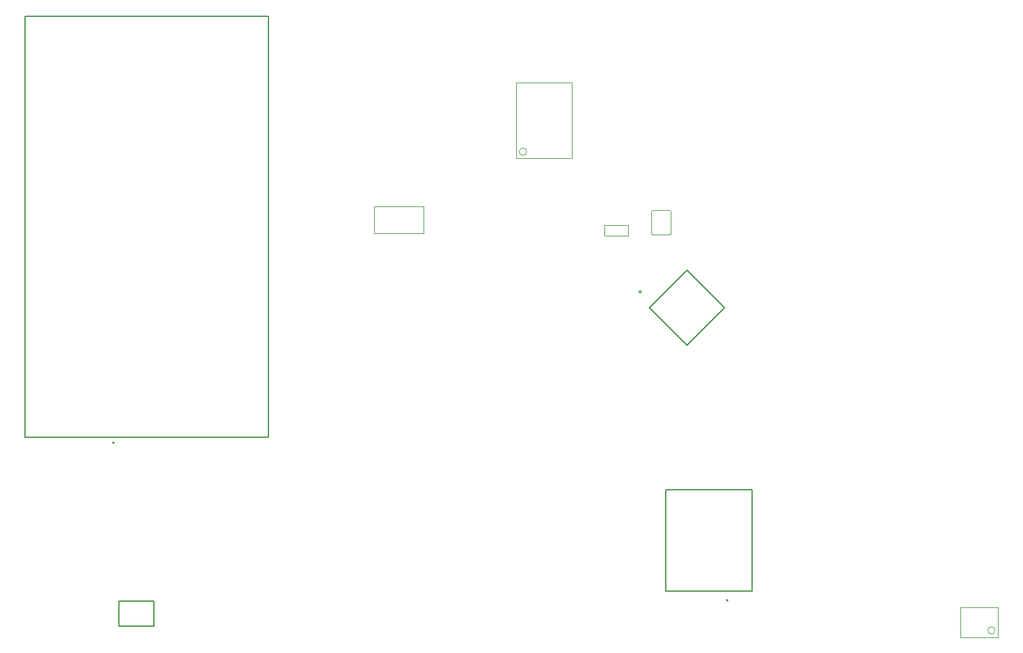
<source format=gbr>
%TF.GenerationSoftware,Altium Limited,Altium Designer,21.3.2 (30)*%
G04 Layer_Color=16711935*
%FSLAX24Y24*%
%MOIN*%
%TF.SameCoordinates,B2232A1B-76E2-43D3-9B88-882A457EFEF9*%
%TF.FilePolarity,Positive*%
%TF.FileFunction,Other,Mechanical_13*%
%TF.Part,Single*%
G01*
G75*
%TA.AperFunction,NonConductor*%
%ADD62C,0.0079*%
%ADD64C,0.0050*%
%ADD109C,0.0039*%
%ADD110C,0.0020*%
D62*
X33147Y26659D02*
G03*
X33147Y26659I-59J0D01*
G01*
X37764Y10224D02*
G03*
X37764Y10224I-39J0D01*
G01*
X5073Y18625D02*
G03*
X5073Y18625I-39J0D01*
G01*
D64*
X5307Y8847D02*
Y10193D01*
Y8847D02*
X7173D01*
Y10193D01*
X5307D02*
X7173D01*
X33576Y25810D02*
X35580Y27814D01*
X37584Y25810D01*
X35580Y23806D02*
X37584Y25810D01*
X33576D02*
X35580Y23806D01*
X34437Y10716D02*
Y16129D01*
X39043D01*
Y10716D02*
Y16129D01*
X34437Y10716D02*
X39043D01*
X309Y18920D02*
X13301D01*
X309D02*
Y41361D01*
X13301D01*
Y18920D02*
Y41361D01*
D109*
X27044Y34130D02*
G03*
X27044Y34130I-197J0D01*
G01*
X52006Y8617D02*
G03*
X52006Y8617I-197J0D01*
G01*
X18917Y29773D02*
Y31230D01*
X21554Y29773D02*
Y31230D01*
X18917D02*
X21554D01*
X18917Y29773D02*
X21554D01*
X26493Y37831D02*
X29445D01*
X26493Y33776D02*
X29445D01*
Y37831D01*
X26493Y33776D02*
Y37831D01*
X32440Y29635D02*
Y30225D01*
X31180Y29635D02*
X32440D01*
X31180D02*
Y30225D01*
X32440D01*
X50156Y8263D02*
Y9837D01*
X52164Y8263D02*
Y9837D01*
X50156D02*
X52164D01*
X50156Y8263D02*
X52164D01*
D110*
X34650Y29701D02*
X34712Y29762D01*
X34650Y31000D02*
X34712Y30938D01*
Y29762D02*
Y30938D01*
X33750Y31000D02*
X34650D01*
X33688Y30938D02*
X33750Y31000D01*
Y29701D02*
X34650D01*
X33688Y29762D02*
X33750Y29701D01*
X33688Y29762D02*
Y30938D01*
%TF.MD5,fe161b784e2f6b52c0b47745535cd362*%
M02*

</source>
